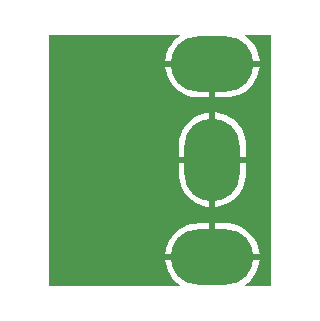
<source format=gbr>
%TF.GenerationSoftware,KiCad,Pcbnew,(6.0.7)*%
%TF.CreationDate,2023-01-27T12:27:14-07:00*%
%TF.ProjectId,JP_MegaDrive_DIN_Mount,4a505f4d-6567-4614-9472-6976655f4449,rev?*%
%TF.SameCoordinates,Original*%
%TF.FileFunction,Copper,L2,Bot*%
%TF.FilePolarity,Positive*%
%FSLAX46Y46*%
G04 Gerber Fmt 4.6, Leading zero omitted, Abs format (unit mm)*
G04 Created by KiCad (PCBNEW (6.0.7)) date 2023-01-27 12:27:14*
%MOMM*%
%LPD*%
G01*
G04 APERTURE LIST*
%TA.AperFunction,ComponentPad*%
%ADD10O,4.700000X7.000000*%
%TD*%
%TA.AperFunction,ComponentPad*%
%ADD11O,7.000000X4.700000*%
%TD*%
G04 APERTURE END LIST*
D10*
%TO.P,H1,1,1*%
%TO.N,/GND*%
X132080000Y-111125000D03*
%TD*%
D11*
%TO.P,H2,1,1*%
%TO.N,/GND*%
X132080000Y-119380000D03*
%TD*%
%TO.P,H3,1,1*%
%TO.N,/GND*%
X132080000Y-102997000D03*
%TD*%
%TA.AperFunction,Conductor*%
%TO.N,/GND*%
G36*
X129298098Y-100595366D02*
G01*
X129308964Y-100621600D01*
X129298098Y-100647834D01*
X129294114Y-100651288D01*
X129082902Y-100809583D01*
X129081249Y-100810980D01*
X128840319Y-101040013D01*
X128838826Y-101041609D01*
X128626267Y-101297183D01*
X128624970Y-101298943D01*
X128443681Y-101577570D01*
X128442598Y-101579470D01*
X128295054Y-101877347D01*
X128294201Y-101879356D01*
X128182418Y-102192415D01*
X128181806Y-102194507D01*
X128107313Y-102518463D01*
X128106946Y-102520631D01*
X128083396Y-102735664D01*
X128084977Y-102741087D01*
X128088465Y-102743000D01*
X136071294Y-102743000D01*
X136076512Y-102740839D01*
X136077963Y-102737336D01*
X136045222Y-102476340D01*
X136044824Y-102474194D01*
X135965248Y-102151432D01*
X135964609Y-102149366D01*
X135847916Y-101838086D01*
X135847040Y-101836106D01*
X135694823Y-101540559D01*
X135693723Y-101538699D01*
X135508074Y-101262946D01*
X135506752Y-101261210D01*
X135290195Y-101008996D01*
X135288693Y-101007440D01*
X135044178Y-100782202D01*
X135042522Y-100780847D01*
X134864350Y-100651634D01*
X134849493Y-100627436D01*
X134856097Y-100599819D01*
X134880295Y-100584962D01*
X134886131Y-100584500D01*
X136995400Y-100584500D01*
X137021634Y-100595366D01*
X137032500Y-100621600D01*
X137032500Y-121755400D01*
X137021634Y-121781634D01*
X136995400Y-121792500D01*
X134888136Y-121792500D01*
X134861902Y-121781634D01*
X134851036Y-121755400D01*
X134861902Y-121729166D01*
X134865886Y-121725712D01*
X135077098Y-121567417D01*
X135078751Y-121566020D01*
X135319681Y-121336987D01*
X135321174Y-121335391D01*
X135533733Y-121079817D01*
X135535030Y-121078057D01*
X135716319Y-120799430D01*
X135717402Y-120797530D01*
X135864946Y-120499653D01*
X135865799Y-120497644D01*
X135977582Y-120184585D01*
X135978194Y-120182493D01*
X136052687Y-119858537D01*
X136053054Y-119856369D01*
X136076604Y-119641336D01*
X136075023Y-119635913D01*
X136071535Y-119634000D01*
X128088706Y-119634000D01*
X128083488Y-119636161D01*
X128082037Y-119639664D01*
X128114778Y-119900660D01*
X128115176Y-119902806D01*
X128194752Y-120225568D01*
X128195391Y-120227634D01*
X128312084Y-120538914D01*
X128312960Y-120540894D01*
X128465177Y-120836441D01*
X128466277Y-120838301D01*
X128651926Y-121114054D01*
X128653248Y-121115790D01*
X128869805Y-121368004D01*
X128871307Y-121369560D01*
X129115822Y-121594798D01*
X129117478Y-121596153D01*
X129295650Y-121725366D01*
X129310507Y-121749564D01*
X129303903Y-121777181D01*
X129279705Y-121792038D01*
X129273869Y-121792500D01*
X118274600Y-121792500D01*
X118248366Y-121781634D01*
X118237500Y-121755400D01*
X118237500Y-119118664D01*
X128083396Y-119118664D01*
X128084977Y-119124087D01*
X128088465Y-119126000D01*
X131818621Y-119126000D01*
X131823839Y-119123839D01*
X131826000Y-119118621D01*
X132334000Y-119118621D01*
X132336161Y-119123839D01*
X132341379Y-119126000D01*
X136071294Y-119126000D01*
X136076512Y-119123839D01*
X136077963Y-119120336D01*
X136045222Y-118859340D01*
X136044824Y-118857194D01*
X135965248Y-118534432D01*
X135964609Y-118532366D01*
X135847916Y-118221086D01*
X135847040Y-118219106D01*
X135694823Y-117923559D01*
X135693723Y-117921699D01*
X135508074Y-117645946D01*
X135506752Y-117644210D01*
X135290195Y-117391996D01*
X135288693Y-117390440D01*
X135044178Y-117165202D01*
X135042522Y-117163847D01*
X134773388Y-116968668D01*
X134771575Y-116967508D01*
X134481514Y-116805066D01*
X134479582Y-116804128D01*
X134172553Y-116676639D01*
X134170509Y-116675927D01*
X133850730Y-116585137D01*
X133848593Y-116584663D01*
X133520334Y-116531791D01*
X133518303Y-116531577D01*
X133329740Y-116522025D01*
X133328773Y-116522000D01*
X132341379Y-116522000D01*
X132336161Y-116524161D01*
X132334000Y-116529379D01*
X132334000Y-119118621D01*
X131826000Y-119118621D01*
X131826000Y-116529379D01*
X131823839Y-116524161D01*
X131818621Y-116522000D01*
X130844632Y-116522000D01*
X130843585Y-116522030D01*
X130597037Y-116536462D01*
X130594912Y-116536712D01*
X130267569Y-116594725D01*
X130265457Y-116595228D01*
X129947135Y-116691033D01*
X129945096Y-116691780D01*
X129640122Y-116824070D01*
X129638185Y-116825048D01*
X129350732Y-116992014D01*
X129348918Y-116993215D01*
X129082902Y-117192583D01*
X129081249Y-117193980D01*
X128840319Y-117423013D01*
X128838826Y-117424609D01*
X128626267Y-117680183D01*
X128624970Y-117681943D01*
X128443681Y-117960570D01*
X128442598Y-117962470D01*
X128295054Y-118260347D01*
X128294201Y-118262356D01*
X128182418Y-118575415D01*
X128181806Y-118577507D01*
X128107313Y-118901463D01*
X128106946Y-118903631D01*
X128083396Y-119118664D01*
X118237500Y-119118664D01*
X118237500Y-112360368D01*
X129222000Y-112360368D01*
X129222030Y-112361415D01*
X129236462Y-112607963D01*
X129236712Y-112610088D01*
X129294725Y-112937431D01*
X129295228Y-112939543D01*
X129391033Y-113257865D01*
X129391780Y-113259904D01*
X129524070Y-113564878D01*
X129525048Y-113566815D01*
X129692014Y-113854268D01*
X129693215Y-113856082D01*
X129892583Y-114122098D01*
X129893980Y-114123751D01*
X130123013Y-114364681D01*
X130124609Y-114366174D01*
X130380183Y-114578733D01*
X130381943Y-114580030D01*
X130660570Y-114761319D01*
X130662470Y-114762402D01*
X130960347Y-114909946D01*
X130962356Y-114910799D01*
X131275415Y-115022582D01*
X131277507Y-115023194D01*
X131601463Y-115097687D01*
X131603631Y-115098054D01*
X131818664Y-115121604D01*
X131824087Y-115120023D01*
X131826000Y-115116535D01*
X131826000Y-115116294D01*
X132334000Y-115116294D01*
X132336161Y-115121512D01*
X132339664Y-115122963D01*
X132600660Y-115090222D01*
X132602806Y-115089824D01*
X132925568Y-115010248D01*
X132927634Y-115009609D01*
X133238914Y-114892916D01*
X133240894Y-114892040D01*
X133536441Y-114739823D01*
X133538301Y-114738723D01*
X133814054Y-114553074D01*
X133815790Y-114551752D01*
X134068004Y-114335195D01*
X134069560Y-114333693D01*
X134294798Y-114089178D01*
X134296153Y-114087522D01*
X134491332Y-113818388D01*
X134492492Y-113816575D01*
X134654934Y-113526514D01*
X134655872Y-113524582D01*
X134783361Y-113217553D01*
X134784073Y-113215509D01*
X134874863Y-112895730D01*
X134875337Y-112893593D01*
X134928209Y-112565334D01*
X134928423Y-112563303D01*
X134937975Y-112374740D01*
X134938000Y-112373773D01*
X134938000Y-111386379D01*
X134935839Y-111381161D01*
X134930621Y-111379000D01*
X132341379Y-111379000D01*
X132336161Y-111381161D01*
X132334000Y-111386379D01*
X132334000Y-115116294D01*
X131826000Y-115116294D01*
X131826000Y-111386379D01*
X131823839Y-111381161D01*
X131818621Y-111379000D01*
X129229379Y-111379000D01*
X129224161Y-111381161D01*
X129222000Y-111386379D01*
X129222000Y-112360368D01*
X118237500Y-112360368D01*
X118237500Y-110863621D01*
X129222000Y-110863621D01*
X129224161Y-110868839D01*
X129229379Y-110871000D01*
X131818621Y-110871000D01*
X131823839Y-110868839D01*
X131826000Y-110863621D01*
X132334000Y-110863621D01*
X132336161Y-110868839D01*
X132341379Y-110871000D01*
X134930621Y-110871000D01*
X134935839Y-110868839D01*
X134938000Y-110863621D01*
X134938000Y-109889632D01*
X134937970Y-109888585D01*
X134923538Y-109642037D01*
X134923288Y-109639912D01*
X134865275Y-109312569D01*
X134864772Y-109310457D01*
X134768967Y-108992135D01*
X134768220Y-108990096D01*
X134635930Y-108685122D01*
X134634952Y-108683185D01*
X134467986Y-108395732D01*
X134466785Y-108393918D01*
X134267417Y-108127902D01*
X134266020Y-108126249D01*
X134036987Y-107885319D01*
X134035391Y-107883826D01*
X133779817Y-107671267D01*
X133778057Y-107669970D01*
X133499430Y-107488681D01*
X133497530Y-107487598D01*
X133199653Y-107340054D01*
X133197644Y-107339201D01*
X132884585Y-107227418D01*
X132882493Y-107226806D01*
X132558537Y-107152313D01*
X132556369Y-107151946D01*
X132341336Y-107128396D01*
X132335913Y-107129977D01*
X132334000Y-107133465D01*
X132334000Y-110863621D01*
X131826000Y-110863621D01*
X131826000Y-107133706D01*
X131823839Y-107128488D01*
X131820336Y-107127037D01*
X131559340Y-107159778D01*
X131557194Y-107160176D01*
X131234432Y-107239752D01*
X131232366Y-107240391D01*
X130921086Y-107357084D01*
X130919106Y-107357960D01*
X130623559Y-107510177D01*
X130621699Y-107511277D01*
X130345946Y-107696926D01*
X130344210Y-107698248D01*
X130091996Y-107914805D01*
X130090440Y-107916307D01*
X129865202Y-108160822D01*
X129863847Y-108162478D01*
X129668668Y-108431612D01*
X129667508Y-108433425D01*
X129505066Y-108723486D01*
X129504128Y-108725418D01*
X129376639Y-109032447D01*
X129375927Y-109034491D01*
X129285137Y-109354270D01*
X129284663Y-109356407D01*
X129231791Y-109684666D01*
X129231577Y-109686697D01*
X129222025Y-109875260D01*
X129222000Y-109876227D01*
X129222000Y-110863621D01*
X118237500Y-110863621D01*
X118237500Y-103256664D01*
X128082037Y-103256664D01*
X128114778Y-103517660D01*
X128115176Y-103519806D01*
X128194752Y-103842568D01*
X128195391Y-103844634D01*
X128312084Y-104155914D01*
X128312960Y-104157894D01*
X128465177Y-104453441D01*
X128466277Y-104455301D01*
X128651926Y-104731054D01*
X128653248Y-104732790D01*
X128869805Y-104985004D01*
X128871307Y-104986560D01*
X129115822Y-105211798D01*
X129117478Y-105213153D01*
X129386612Y-105408332D01*
X129388425Y-105409492D01*
X129678486Y-105571934D01*
X129680418Y-105572872D01*
X129987447Y-105700361D01*
X129989491Y-105701073D01*
X130309270Y-105791863D01*
X130311407Y-105792337D01*
X130639666Y-105845209D01*
X130641697Y-105845423D01*
X130830260Y-105854975D01*
X130831227Y-105855000D01*
X131818621Y-105855000D01*
X131823839Y-105852839D01*
X131826000Y-105847621D01*
X132334000Y-105847621D01*
X132336161Y-105852839D01*
X132341379Y-105855000D01*
X133315368Y-105855000D01*
X133316415Y-105854970D01*
X133562963Y-105840538D01*
X133565088Y-105840288D01*
X133892431Y-105782275D01*
X133894543Y-105781772D01*
X134212865Y-105685967D01*
X134214904Y-105685220D01*
X134519878Y-105552930D01*
X134521815Y-105551952D01*
X134809268Y-105384986D01*
X134811082Y-105383785D01*
X135077098Y-105184417D01*
X135078751Y-105183020D01*
X135319681Y-104953987D01*
X135321174Y-104952391D01*
X135533733Y-104696817D01*
X135535030Y-104695057D01*
X135716319Y-104416430D01*
X135717402Y-104414530D01*
X135864946Y-104116653D01*
X135865799Y-104114644D01*
X135977582Y-103801585D01*
X135978194Y-103799493D01*
X136052687Y-103475537D01*
X136053054Y-103473369D01*
X136076604Y-103258336D01*
X136075023Y-103252913D01*
X136071535Y-103251000D01*
X132341379Y-103251000D01*
X132336161Y-103253161D01*
X132334000Y-103258379D01*
X132334000Y-105847621D01*
X131826000Y-105847621D01*
X131826000Y-103258379D01*
X131823839Y-103253161D01*
X131818621Y-103251000D01*
X128088706Y-103251000D01*
X128083488Y-103253161D01*
X128082037Y-103256664D01*
X118237500Y-103256664D01*
X118237500Y-100621600D01*
X118248366Y-100595366D01*
X118274600Y-100584500D01*
X129271864Y-100584500D01*
X129298098Y-100595366D01*
G37*
%TD.AperFunction*%
%TD*%
M02*

</source>
